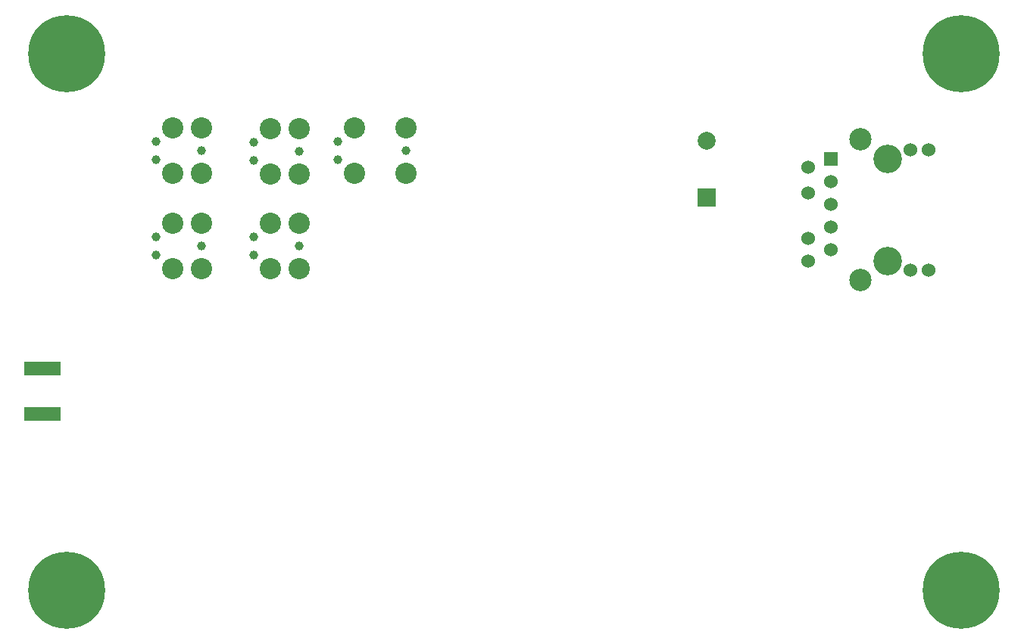
<source format=gbr>
%TF.GenerationSoftware,KiCad,Pcbnew,(5.99.0-13288-g9941a52e75)*%
%TF.CreationDate,2021-11-14T22:54:01-05:00*%
%TF.ProjectId,davis-receiver-kc6,64617669-732d-4726-9563-65697665722d,rev?*%
%TF.SameCoordinates,Original*%
%TF.FileFunction,Soldermask,Bot*%
%TF.FilePolarity,Negative*%
%FSLAX46Y46*%
G04 Gerber Fmt 4.6, Leading zero omitted, Abs format (unit mm)*
G04 Created by KiCad (PCBNEW (5.99.0-13288-g9941a52e75)) date 2021-11-14 22:54:01*
%MOMM*%
%LPD*%
G01*
G04 APERTURE LIST*
%ADD10C,8.600000*%
%ADD11C,0.900000*%
%ADD12C,0.991000*%
%ADD13C,2.374900*%
%ADD14R,4.060000X1.520000*%
%ADD15R,2.000000X2.000000*%
%ADD16C,2.000000*%
%ADD17C,3.200000*%
%ADD18R,1.524000X1.524000*%
%ADD19C,1.524000*%
%ADD20C,2.500000*%
G04 APERTURE END LIST*
D10*
%TO.C,H3*%
X122000000Y-22000000D03*
D11*
X122000000Y-25225000D03*
X125225000Y-22000000D03*
X124280419Y-24280419D03*
X124280419Y-19719581D03*
X119719581Y-24280419D03*
X119719581Y-19719581D03*
X118775000Y-22000000D03*
X122000000Y-18775000D03*
%TD*%
%TO.C,H2*%
X22000000Y-78775000D03*
D10*
X22000000Y-82000000D03*
D11*
X25225000Y-82000000D03*
X18775000Y-82000000D03*
X24280419Y-84280419D03*
X22000000Y-85225000D03*
X24280419Y-79719581D03*
X19719581Y-79719581D03*
X19719581Y-84280419D03*
%TD*%
D12*
%TO.C,J3*%
X59877400Y-32790800D03*
X52257400Y-31775800D03*
X52257400Y-33805800D03*
D13*
X54162400Y-35330800D03*
X59877400Y-35330800D03*
X59877400Y-30250800D03*
X54162400Y-30250800D03*
%TD*%
%TO.C,J6*%
X44781900Y-40931500D03*
X44781900Y-46011500D03*
D12*
X42876900Y-42456500D03*
X42876900Y-44486500D03*
D13*
X47956900Y-46011500D03*
X47956900Y-40931500D03*
D12*
X47956900Y-43471500D03*
%TD*%
D13*
%TO.C,J4*%
X37030100Y-35343500D03*
X37030100Y-30263500D03*
D12*
X31950100Y-31788500D03*
D13*
X33855100Y-30263500D03*
X33855100Y-35343500D03*
D12*
X37030100Y-32803500D03*
X31950100Y-33818500D03*
%TD*%
D13*
%TO.C,J5*%
X44777100Y-30327000D03*
D12*
X42872100Y-31852000D03*
X47952100Y-32867000D03*
X42872100Y-33882000D03*
D13*
X44777100Y-35407000D03*
X47952100Y-35407000D03*
X47952100Y-30327000D03*
%TD*%
D14*
%TO.C,J1*%
X19280580Y-57238040D03*
X19280580Y-62318040D03*
%TD*%
D15*
%TO.C,SW1*%
X93481600Y-38073600D03*
D16*
X93481600Y-31673600D03*
%TD*%
D17*
%TO.C,J2*%
X113763500Y-45157800D03*
X113763500Y-33727800D03*
D18*
X107413500Y-33702800D03*
D19*
X104873500Y-34702800D03*
X107413500Y-36252800D03*
X104873500Y-37512800D03*
X107413500Y-38802800D03*
X107413500Y-41342800D03*
X104873500Y-42592800D03*
X107413500Y-43882800D03*
X104873500Y-45132800D03*
X116303500Y-32717800D03*
X118333500Y-32717800D03*
X116303500Y-46167800D03*
X118333500Y-46167800D03*
D20*
X110713500Y-47317800D03*
X110713500Y-31567800D03*
%TD*%
D12*
%TO.C,J7*%
X31954900Y-44499200D03*
X31954900Y-42469200D03*
D13*
X37034900Y-40944200D03*
X33859900Y-40944200D03*
X37034900Y-46024200D03*
X33859900Y-46024200D03*
D12*
X37034900Y-43484200D03*
%TD*%
D11*
%TO.C,H4*%
X22000000Y-25225000D03*
X22000000Y-18775000D03*
X19719581Y-24280419D03*
X24280419Y-19719581D03*
D10*
X22000000Y-22000000D03*
D11*
X18775000Y-22000000D03*
X24280419Y-24280419D03*
X19719581Y-19719581D03*
X25225000Y-22000000D03*
%TD*%
%TO.C,H1*%
X119719581Y-84280419D03*
X119719581Y-79719581D03*
X122000000Y-85225000D03*
X118775000Y-82000000D03*
X124280419Y-79719581D03*
X124280419Y-84280419D03*
X122000000Y-78775000D03*
X125225000Y-82000000D03*
D10*
X122000000Y-82000000D03*
%TD*%
M02*

</source>
